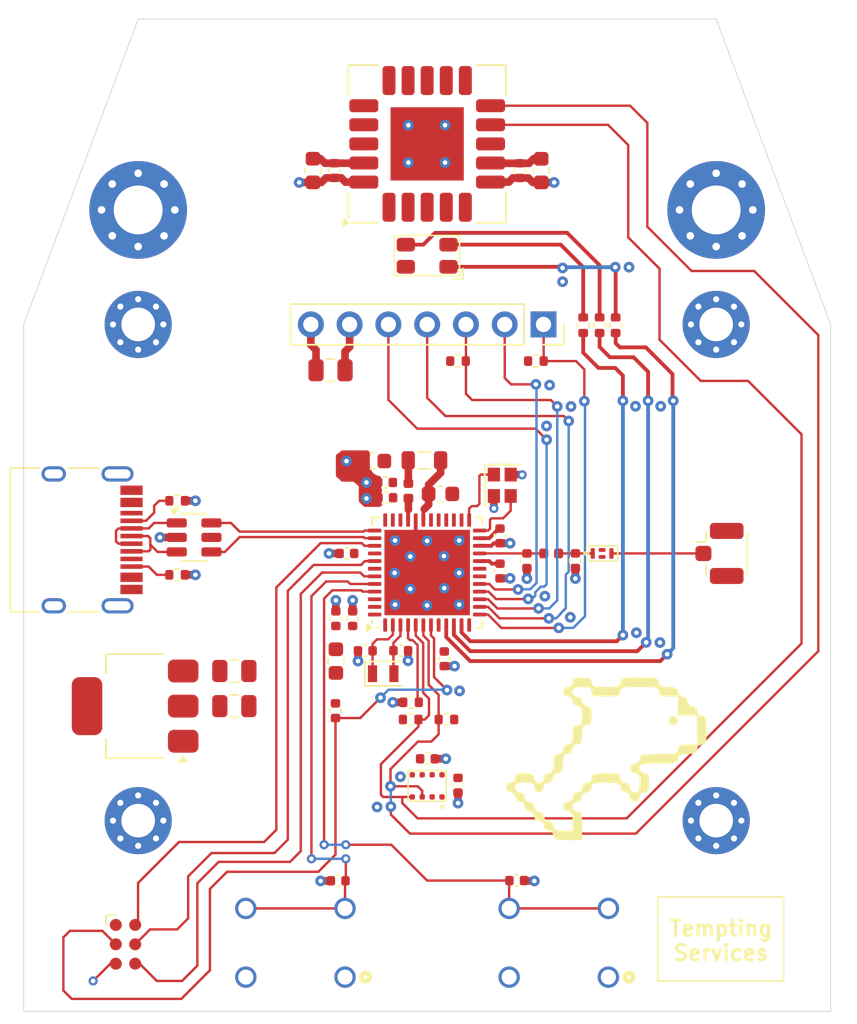
<source format=kicad_pcb>
(kicad_pcb (version 20240108) (generator "pcbnew") (generator_version "8.0")
  (layers (0 "F.Cu" signal) (1 "In1.Cu" signal) (2 "In2.Cu" signal) (31 "B.Cu" signal) (34 "B.Paste" user) (35 "F.Paste" user) (36 "B.SilkS" user "B.Silkscreen") (37 "F.SilkS" user "F.Silkscreen") (38 "B.Mask" user) (39 "F.Mask" user) (44 "Edge.Cuts" user))
  (net 0 "")
  (net 1 "GND")
  (net 2 "VBUS")
  (net 3 "+3.3V")
  (net 4 "/RF_LPF_MATCHING")
  (net 5 "/SWD_NRST")
  (net 6 "/RF_MCU")
  (net 7 "/SMPSFB_MCU")
  (net 8 "/LSE_IN")
  (net 9 "/LSE_OUT")
  (net 10 "/BUTTON_1")
  (net 11 "/BUTTON_2")
  (net 12 "/RF_COAX_LPF")
  (net 13 "/OLED_CLK")
  (net 14 "/OLED_NCS")
  (net 15 "/OLED_DIN")
  (net 16 "/OLED_DC")
  (net 17 "/OLED_NRST")
  (net 18 "/SWD_SWO")
  (net 19 "/SWD_CLK")
  (net 20 "/SWD_DIO")
  (net 22 "/USB_CON_D+")
  (net 24 "/USB_CC1")
  (net 25 "/USB_CON_D-")
  (net 26 "/USB_CC2")
  (net 27 "/SMPSLX_INT")
  (net 28 "/SMPSLX_MCU")
  (net 29 "/BOOT")
  (net 30 "/LED_B")
  (net 31 "/LED_R")
  (net 32 "/LED_G")
  (net 33 "/SENSORS_SCL")
  (net 34 "/SENSORS_SDA")
  (net 35 "/LED_R_MCU")
  (net 36 "/LED_G_MCU")
  (net 37 "/LED_B_MCU")
  (net 39 "/USB_MCU_D+")
  (net 40 "/HSE_IN")
  (net 48 "/HSE_OUT")
  (net 53 "/USB_MCU_D-")
  (footprint "Resistor_SMD:R_0402_1005Metric" (layer "F.Cu") (at 141 96.4 180)
    (property "Reference" "R10" (hide yes))
    (property "Value" "5.1k")
  )
  (footprint "Capacitor_SMD:C_0402_1005Metric" (layer "F.Cu") (at 167.0875 95.475 -90)
    (property "Reference" "C5" (hide yes))
    (property "Value" "0.3p")
  )
  (footprint "Tempting_Footprint_Libraries:2-1825910-7" (layer "F.Cu") (at 166 120.5 180)
    (property "Reference" "SW2" (hide yes))
    (property "Value" "SPST")
  )
  (footprint "Connector_USB:USB_C_Receptacle_HRO_TYPE-C-31-M-12" (layer "F.Cu") (at 133.97 94.11 -90)
    (property "Reference" "J4" (hide yes))
    (property "Value" "USB_C_Receptacle_USB2.0_16P")
  )
  (footprint "Resistor_SMD:R_0402_1005Metric" (layer "F.Cu") (at 167.6 80.05 90)
    (property "Reference" "R4" (hide yes))
    (property "Value" "500R")
  )
  (footprint "MountingHole:MountingHole_2.2mm_M2_Pad_Via" (layer "F.Cu") (at 138.45 80)
    (property "Reference" "H4" (hide yes))
    (property "Value" "MountingHole_Pad")
  )
  (footprint "Resistor_SMD:R_0402_1005Metric" (layer "F.Cu") (at 141 91.55 180)
    (property "Reference" "R9" (hide yes))
    (property "Value" "5.1k")
  )
  (footprint "Capacitor_SMD:C_0603_1608Metric" (layer "F.Cu") (at 151.4 102.05 -90)
    (property "Reference" "C2" (hide yes))
    (property "Value" "4.7u")
  )
  (footprint "Resistor_SMD:R_0402_1005Metric" (layer "F.Cu") (at 156.325 104.75)
    (property "Reference" "R1" (hide yes))
    (property "Value" "10k")
  )
  (footprint "Capacitor_SMD:C_0402_1005Metric" (layer "F.Cu") (at 152.12 95 180)
    (property "Reference" "C13" (hide yes))
    (property "Value" "100n")
  )
  (footprint "MountingHole:MountingHole_2.2mm_M2_Pad_Via" (layer "F.Cu") (at 138.45 112.5)
    (property "Reference" "H3" (hide yes))
    (property "Value" "MountingHole_Pad")
  )
  (footprint "LOGO" (layer "F.Cu") (at 168.78642 111.272222)
    (property "Reference" "G***" (hide yes))
    (property "Value" "LOGO" (hide yes))
  )
  (footprint "Capacitor_SMD:C_0402_1005Metric" (layer "F.Cu") (at 151.3 69.92 -90)
    (property "Reference" "C20" (hide yes))
    (property "Value" "100n")
  )
  (footprint "Connector_Coaxial:U.FL_Hirose_U.FL-R-SMT-1_Vertical" (layer "F.Cu") (at 176.525 95)
    (property "Reference" "J1" (hide yes))
    (property "Value" "Conn_Coaxial")
  )
  (footprint "Capacitor_SMD:C_0402_1005Metric" (layer "F.Cu") (at 159.4 110.18 -90)
    (property "Reference" "C24" (hide yes))
    (property "Value" "100n")
  )
  (footprint "Resistor_SMD:R_0402_1005Metric" (layer "F.Cu") (at 164.5 82.4)
    (property "Reference" "R5" (hide yes))
    (property "Value" "56k")
  )
  (footprint "Capacitor_SMD:C_0603_1608Metric" (layer "F.Cu") (at 153.8 88.95 180)
    (property "Reference" "C22" (hide yes))
    (property "Value" "4.7u")
  )
  (footprint "Resistor_SMD:R_0402_1005Metric" (layer "F.Cu") (at 168.675 80.05 90)
    (property "Reference" "R3" (hide yes))
    (property "Value" "500R")
  )
  (footprint "Sensor:Sensirion_SCD4x-1EP_10.1x10.1mm_P1.25mm_EP4.8x4.8mm" (layer "F.Cu") (at 157.38 68.175 90)
    (property "Reference" "U2" (hide yes))
    (property "Value" "SCD41-D-R2")
  )
  (footprint "Capacitor_SMD:C_0402_1005Metric" (layer "F.Cu") (at 151.375 105.3 90)
    (property "Reference" "C6" (hide yes))
    (property "Value" "100n")
  )
  (footprint "Capacitor_SMD:C_0603_1608Metric" (layer "F.Cu") (at 158.25 91.1)
    (property "Reference" "C9" (hide yes))
    (property "Value" "4.7u")
  )
  (footprint "MountingHole:MountingHole_2.2mm_M2_Pad_Via" (layer "F.Cu") (at 176.31 80)
    (property "Reference" "H2" (hide yes))
    (property "Value" "MountingHole_Pad")
  )
  (footprint "Capacitor_SMD:C_0402_1005Metric" (layer "F.Cu") (at 162.15 93.85 -90)
    (property "Reference" "C18" (hide yes))
    (property "Value" "100n")
  )
  (footprint "Inductor_SMD:L_0402_1005Metric" (layer "F.Cu") (at 165.5025 95 180)
    (property "Reference" "L1" (hide yes))
    (property "Value" "2.7n")
  )
  (footprint "Tempting_Footprint_Libraries:DLF162500LT-5028A1" (layer "F.Cu") (at 168.8375 95)
    (property "Reference" "FLT1" (hide yes))
    (property "Value" "DLF162500LT-5028A1")
  )
  (footprint "Capacitor_SMD:C_0402_1005Metric" (layer "F.Cu") (at 151.4 99.27 90)
    (property "Reference" "C19" (hide yes))
    (property "Value" "100n")
  )
  (footprint "Capacitor_SMD:C_0402_1005Metric" (layer "F.Cu") (at 154.65 90.35 180)
    (property "Reference" "C3" (hide yes))
    (property "Value" "100n")
  )
  (footprint "Capacitor_SMD:C_0402_1005Metric" (layer "F.Cu") (at 162.15 96.15 -90)
    (property "Reference" "C10" (hide yes))
    (property "Value" "100n")
  )
  (footprint "Package_TO_SOT_SMD:SOT-23-6" (layer "F.Cu") (at 142.1125 93.95)
    (property "Reference" "U5" (hide yes))
    (property "Value" "USBLC6-2SC6")
  )
  (footprint "Capacitor_SMD:C_0402_1005Metric" (layer "F.Cu") (at 153.325 101.375 180)
    (property "Reference" "C11" (hide yes))
    (property "Value" "C")
  )
  (footprint "Capacitor_SMD:C_0402_1005Metric" (layer "F.Cu") (at 163.245 116.425)
    (property "Reference" "C27" (hide yes))
    (property "Value" "100n")
  )
  (footprint "Resistor_SMD:R_0402_1005Metric" (layer "F.Cu") (at 169.725 80.05 90)
    (property "Reference" "R2" (hide yes))
    (property "Value" "750R")
  )
  (footprint "Capacitor_SMD:C_0402_1005Metric" (layer "F.Cu") (at 158.5 101.9 -90)
    (property "Reference" "C7" (hide yes))
    (property "Value" "100n")
  )
  (footprint "Tempting_Footprint_Libraries:DPS368" (layer "F.Cu") (at 157.38 110.225 -90)
    (property "Reference" "U4" (hide yes))
    (property "Value" "DPS368")
  )
  (footprint "Connector:Tag-Connect_TC2030-IDC-FP_2x03_P1.27mm_Vertical" (layer "F.Cu") (at 137.62 120.6 -90)
    (property "Reference" "J3" (hide yes))
    (property "Value" "Conn_ARM_SWD_TagConnect_TC2030")
  )
  (footprint "Capacitor_SMD:C_0402_1005Metric" (layer "F.Cu") (at 163.9125 95.48 -90)
    (property "Reference" "C8" (hide yes))
    (property "Value" "0.8p")
  )
  (footprint "MountingHole:MountingHole_3.2mm_M3_Pad_Via" (layer "F.Cu") (at 176.31 72.5)
    (property "Reference" "H6" (hide yes))
    (property "Value" "MountingHole_Pad")
  )
  (footprint "Inductor_SMD:L_0805_2012Metric" (layer "F.Cu") (at 157.2 88.9 180)
    (property "Reference" "L2" (hide yes))
    (property "Value" "10u")
  )
  (footprint "Package_TO_SOT_SMD:SOT-223-3_TabPin2" (layer "F.Cu") (at 138.25 105 180)
    (property "Reference" "U1" (hide yes))
    (property "Value" "AMS1117-3.3")
  )
  (footprint "Tempting_Footprint_Libraries:2-1825910-7" (layer "F.Cu") (at 148.75 120.5 180)
    (property "Reference" "SW1" (hide yes))
    (property "Value" "SPST")
  )
  (footprint "Inductor_SMD:L_0402_1005Metric" (layer "F.Cu") (at 156.15 90.9 -90)
    (property "Reference" "L3" (hide yes))
    (property "Value" "10n")
  )
  (footprint "MountingHole:MountingHole_3.2mm_M3_Pad_Via" (layer "F.Cu") (at 138.45 72.5)
    (property "Reference" "H5" (hide yes))
    (property "Value" "MountingHole_Pad")
  )
  (footprint "Crystal:Crystal_SMD_2012-2Pin_2.0x1.2mm" (layer "F.Cu") (at 154.5 102.875)
    (property "Reference" "X2" (hide yes))
    (property "Value" "32.768k")
  )
  (footprint "Connector_PinSocket_2.54mm:PinSocket_1x07_P2.54mm_Vertical" (layer "F.Cu") (at 165 80 -90)
    (property "Reference" "J2" (hide yes))
    (property "Value" "Conn_01x07_Socket")
  )
  (footprint "Crystal:Crystal_SMD_2016-4Pin_2.0x1.6mm" (layer "F.Cu") (at 162.3 90.535 -90)
    (property "Reference" "X1" (hide yes))
    (property "Value" "32M")
  )
  (footprint "Capacitor_SMD:C_0805_2012Metric" (layer "F.Cu") (at 144.75 105)
    (property "Reference" "C4" (hide yes))
    (property "Value" "22u")
  )
  (footprint "Capacitor_SMD:C_0603_1608Metric" (layer "F.Cu") (at 149.9 69.92 -90)
    (property "Reference" "C14" (hide yes))
    (property "Value" "4.7u")
  )
  (footprint "Package_DFN_QFN:QFN-48-1EP_7x7mm_P0.5mm_EP5.6x5.6mm" (layer "F.Cu") (at 157.38 96.25 90)
    (property "Reference" "U3" (hide yes))
    (property "Value" "STM32WB55CGUx")
  )
  (footprint "Resistor_SMD:R_0402_1005Metric" (layer "F.Cu") (at 156.3 105.875 180)
    (property "Reference" "R6" (hide yes))
    (property "Value" "10k")
  )
  (footprint "Resistor_SMD:R_0402_1005Metric" (layer "F.Cu") (at 158.64 105.875)
    (property "Reference" "R7" (hide yes))
    (property "Value" "10k")
  )
  (footprint "Capacitor_SMD:C_0402_1005Metric" (layer "F.Cu") (at 163.45 69.925 -90)
    (property "Reference" "C17" (hide yes))
    (property "Value" "100n")
  )
  (footprint "MountingHole:MountingHole_2.2mm_M2_Pad_Via" (layer "F.Cu") (at 176.31 112.5)
    (property "Reference" "H1" (hide yes))
    (property "Value" "MountingHole_Pad")
  )
  (footprint "Capacitor_SMD:C_0402_1005Metric" (layer "F.Cu") (at 155.65 101.365)
    (property "Reference" "C15" (hide yes))
    (property "Value" "C")
  )
  (footprint "Capacitor_SMD:C_0402_1005Metric" (layer "F.Cu") (at 154.67 91.35 180)
    (property "Reference" "C21" (hide yes))
    (property "Value" "100n")
  )
  (footprint "Capacitor_SMD:C_0603_1608Metric" (layer "F.Cu") (at 164.85 69.925 -90)
    (property "Reference" "C12" (hide yes))
    (property "Value" "4.7u")
  )
  (footprint "Capacitor_SMD:C_0805_2012Metric" (layer "F.Cu") (at 144.75 102.7)
    (property "Reference" "C1" (hide yes))
    (property "Value" "10u")
  )
  (footprint "Resistor_SMD:R_0402_1005Metric" (layer "F.Cu") (at 159.4 82.4 180)
    (property "Reference" "R8" (hide yes))
    (property "Value" "56k")
  )
  (footprint "Capacitor_SMD:C_0402_1005Metric" (layer "F.Cu") (at 151.55 116.44 180)
    (property "Reference" "C26" (hide yes))
    (property "Value" "100n")
  )
  (footprint "Capacitor_SMD:C_0402_1005Metric" (layer "F.Cu") (at 152.5 99.27 90)
    (property "Reference" "C16" (hide yes))
    (property "Value" "100n")
  )
  (footprint "Tempting_Footprint_Libraries:AAA3528LSEEZGKQBKS" (layer "F.Cu") (at 157.38 75.5 180)
    (property "Reference" "D1" (hide yes))
    (property "Value" "LED_RGBA")
  )
  (footprint "Capacitor_SMD:C_0402_1005Metric" (layer "F.Cu") (at 157.4 108.45)
    (property "Reference" "C23" (hide yes))
    (property "Value" "100n")
  )
  (footprint "Capacitor_SMD:C_0805_2012Metric" (layer "F.Cu") (at 151.05 83)
    (property "Reference" "C25" (hide yes))
    (property "Value" "10u")
  )
  (gr_rect (start 172.475 117.5) (end 180.725 123) (stroke (width 0.1)) (fill none) (layer "F.SilkS"))
  (gr_line (start 183.81 112.5) (end 183.81 80) (stroke (width 0.05)) (layer "Edge.Cuts"))
  (gr_line (start 130.95 112.5) (end 130.95 80) (stroke (width 0.05)) (layer "Edge.Cuts"))
  (gr_line (start 176.31 60) (end 183.81 80) (stroke (width 0.05)) (layer "Edge.Cuts"))
  (gr_line (start 130.95 112.5) (end 130.95 125) (stroke (width 0.05)) (layer "Edge.Cuts"))
  (gr_line (start 183.81 112.5) (end 183.81 125) (stroke (width 0.05)) (layer "Edge.Cuts"))
  (gr_line (start 130.95 80) (end 138.45 60) (stroke (width 0.05)) (layer "Edge.Cuts"))
  (gr_line (start 183.81 125) (end 176.31 125) (stroke (width 0.05)) (layer "Edge.Cuts"))
  (gr_line (start 138.45 60) (end 176.31 60) (stroke (width 0.05)) (layer "Edge.Cuts"))
  (gr_line (start 138.45 125) (end 176.31 125) (stroke (width 0.05)) (layer "Edge.Cuts"))
  (gr_line (start 138.45 125) (end 130.95 125) (stroke (width 0.05)) (layer "Edge.Cuts"))
  (gr_text "Tempting\nServices" (at 176.625 121.75 0) (layer "F.SilkS") (effects (font (size 1 1) (thickness 0.2) (bold yes)) (justify bottom)))
  (segment (start 161.75 91.235) (end 161.75 92.05) (width 0.5) (layer "F.Cu") (net 1))
  (segment (start 162.85 89.835) (end 163.585 89.835) (width 0.5) (layer "F.Cu") (net 1))
  (segment (start 151.65 95) (end 150.95 95) (width 0.5) (layer "F.Cu") (net 1))
  (segment (start 152.025 70.675) (end 153.23 70.675) (width 0.5) (layer "F.Cu") (net 1))
  (segment (start 141.5 91.55) (end 142.2 91.55) (width 0.5) (layer "F.Cu") (net 1))
  (segment (start 155.825 104.75) (end 155.125 104.75) (width 0.5) (layer "F.Cu") (net 1))
  (segment (start 164.005 70.405) (end 163.45 70.405) (width 0.5) (layer "F.Cu") (net 1))
  (segment (start 152.3 81.475) (end 152.3 80) (width 0.5) (layer "F.Cu") (net 1))
  (segment (start 152 81.775) (end 152.3 81.475) (width 0.5) (layer "F.Cu") (net 1))
  (segment (start 150.455 70.695) (end 150.75 70.4) (width 0.5) (layer "F.Cu") (net 1))
  (segment (start 162.995 70.405) (end 162.725 70.675) (width 0.5) (layer "F.Cu") (net 1))
  (segment (start 164.85 70.7) (end 165.7 70.7) (width 0.5) (layer "F.Cu") (net 1))
  (segment (start 163.585 89.835) (end 163.6 89.85) (width 0.5) (layer "F.Cu") (net 1))
  (segment (start 163.9125 95.95) (end 163.9125 96.65) (width 0.5) (layer "F.Cu") (net 1))
  (segment (start 156.63 95.5) (end 157.38 96.25) (width 0.25) (layer "F.Cu") (net 1))
  (segment (start 157.9 108.45) (end 158.6 108.45) (width 0.5) (layer "F.Cu") (net 1))
  (segment (start 152.5 98.77) (end 152.5 98.07) (width 0.5) (layer "F.Cu") (net 1))
  (segment (start 151.4 98.77) (end 151.4 98.07) (width 0.5) (layer "F.Cu") (net 1))
  (segment (start 162.11 96.63) (end 162.81 96.63) (width 0.5) (layer "F.Cu") (net 1))
  (segment (start 161.581678 94.5) (end 160.8175 94.5) (width 0.25) (layer "F.Cu") (net 1))
  (segment (start 158.475 102.38) (end 159.175 102.38) (width 0.5) (layer "F.Cu") (net 1))
  (segment (start 162.15 94.33) (end 161.751678 94.33) (width 0.25) (layer "F.Cu") (net 1))
  (segment (start 161.751678 94.33) (end 161.581678 94.5) (width 0.25) (layer "F.Cu") (net 1))
  (segment (start 151.75 70.4) (end 152.025 70.675) (width 0.5) (layer "F.Cu") (net 1))
  (segment (start 156.63 92.8125) (end 156.63 95.5) (width 0.25) (layer "F.Cu") (net 1))
  (segment (start 164.85 70.7) (end 164.3 70.7) (width 0.5) (layer "F.Cu") (net 1))
  (segment (start 163.7 116.45) (end 164.4 116.45) (width 0.5) (layer "F.Cu") (net 1))
  (segment (start 140.975 93.95) (end 139.875 93.95) (width 0.5) (layer "F.Cu") (net 1))
  (segment (start 156.125 101.325) (end 156.125 102.025) (width 0.5) (layer "F.Cu") (net 1))
  (segment (start 152.85 101.35) (end 152.85 102.05) (width 0.5) (layer "F.Cu") (net 1))
  (segment (start 141.5 96.4) (end 142.2 96.4) (width 0.5) (layer "F.Cu") (net 1))
  (segment (start 163.45 70.405) (end 162.995 70.405) (width 0.5) (layer "F.Cu") (net 1))
  (segment (start 149.005 70.695) (end 149 70.7) (width 0.5) (layer "F.Cu") (net 1))
  (segment (start 149.9 70.695) (end 150.455 70.695) (width 0.5) (layer "F.Cu") (net 1))
  (segment (start 149.9 70.695) (end 149.005 70.695) (width 0.5) (layer "F.Cu") (net 1))
  (segment (start 150.75 70.4) (end 151.3 70.4) (width 0.5) (layer "F.Cu") (net 1))
  (segment (start 162.11 94.33) (end 162.81 94.33) (width 0.5) (layer "F.Cu") (net 1))
  (segment (start 162.725 70.675) (end 161.53 70.675) (width 0.5) (layer "F.Cu") (net 1))
  (segment (start 167.0875 95.945) (end 167.0875 96.645) (width 0.5) (layer "F.Cu") (net 1))
  (segment (start 151.3 70.4) (end 151.75 70.4) (width 0.5) (layer "F.Cu") (net 1))
  (segment (start 152 83) (end 152 81.775) (width 0.5) (layer "F.Cu") (net 1))
  (segment (start 159.4 110.65) (end 159.4 111.35) (width 0.5) (layer "F.Cu") (net 1))
  (segment (start 151.1 116.45) (end 150.4 116.45) (width 0.5) (layer "F.Cu") (net 1))
  (segment (start 136.985 121.87) (end 136.63 121.87) (width 0.1565) (layer "F.Cu") (net 1))
  (segment (start 136.63 121.87) (end 135.5 123) (width 0.1565) (layer "F.Cu") (net 1))
  (segment (start 164.3 70.7) (end 164.005 70.405) (width 0.5) (layer "F.Cu") (net 1))
  (via (at 158.55 66.95) (size 0.7) (drill 0.3) (layers "F.Cu" "B.Cu") (net 1))
  (via (at 155.275 94.15) (size 0.7) (drill 0.3) (layers "F.Cu" "B.Cu") (net 1))
  (via (at 158.475 95.175) (size 0.7) (drill 0.3) (layers "F.Cu" "B.Cu") (net 1))
  (via (at 158.55 69.4) (size 0.7) (drill 0.3) (layers "F.Cu" "B.Cu") (net 1))
  (via (at 166.8 85.375) (size 0.7) (drill 0.3) (layers "F.Cu" "B.Cu") (net 1))
  (via (at 166.25 77.200003) (size 0.7) (drill 0.3) (layers "F.Cu" "B.Cu") (net 1))
  (via (at 151.4 98.07) (size 0.7) (drill 0.3) (layers "F.Cu" "B.Cu") (net 1))
  (via (at 165.4 83.975) (size 0.7) (drill 0.3) (layers "F.Cu" "B.Cu") (net 1))
  (via (at 162.81 94.33) (size 0.7) (drill 0.3) (layers "F.Cu" "B.Cu") (net 1))
  (via (at 159.475 96.275) (size 0.7) (drill 0.3) (layers "F.Cu" "B.Cu") (net 1))
  (via (at 163.9125 96.65) (size 0.7) (drill 0.3) (layers "F.Cu" "B.Cu") (net 1))
  (via (at 156.15 69.4) (size 0.7) (drill 0.3) (layers "F.Cu" "B.Cu") (net 1))
  (via (at 162.81 96.63) (size 0.7) (drill 0.3) (layers "F.Cu" "B.Cu") (net 1))
  (via (at 152.85 102.05) (size 0.7) (drill 0.3) (layers "F.Cu" "B.Cu") (net 1))
  (via (at 165.199809 86.650004) (size 0.7) (drill 0.3) (layers "F.Cu" "B.Cu") (net 1))
  (via (at 166.75576 99.18076) (size 0.7) (drill 0.3) (layers "F.Cu" "B.Cu") (net 1))
  (via (at 172.674998 85.35969) (size 0.7) (drill 0.3) (layers "F.Cu" "B.Cu") (net 1))
  (via (at 165.088084 97.800397) (size 0.7) (drill 0.3) (layers "F.Cu" "B.Cu") (net 1))
  (via (at 161.75 92.05) (size 0.6) (drill 0.3) (layers "F.Cu" "B.Cu") (net 1))
  (via (at 155.125 104.75) (size 0.7) (drill 0.3) (layers "F.Cu" "B.Cu") (net 1))
  (via (at 159.475 94.15) (size 0.7) (drill 0.3) (layers "F.Cu" "B.Cu") (net 1))
  (via (at 139.875 93.95) (size 0.7) (drill 0.3) (layers "F.Cu" "B.Cu") (net 1))
  (via (at 154.100431 111.6062) (size 0.7) (drill 0.3) (layers "F.Cu" "B.Cu") (net 1))
  (via (at 149 70.7) (size 0.7) (drill 0.3) (layers "F.Cu" "B.Cu") (net 1))
  (via (at 153.4 91.4) (size 0.7) (drill 0.3) (layers "F.Cu" "B.Cu") (net 1))
  (via (at 159.175 102.38) (size 0.7) (drill 0.3) (layers "F.Cu" "B.Cu") (net 1))
  (via (at 159.5 104) (size 0.7) (drill 0.3) (layers "F.Cu" "B.Cu") (net 1))
  (via (at 142.2 91.55) (size 0.7) (drill 0.3) (layers "F.Cu" "B.Cu") (net 1))
  (via (at 150.4 116.45) (size 0.7) (drill 0.3) (layers "F.Cu" "B.Cu") (net 1))
  (via (at 158.6 108.45) (size 0.7) (drill 0.3) (layers "F.Cu" "B.Cu") (net 1))
  (via (at 150.95 95) (size 0.7) (drill 0.3) (layers "F.Cu" "B.Cu") (net 1))
  (via (at 171.085903 100.191317) (size 0.7) (drill 0.3) (layers "F.Cu" "B.Cu") (net 1))
  (via (at 142.2 96.4) (size 0.7) (drill 0.3) (layers "F.Cu" "B.Cu") (net 1))
  (via (at 155.629482 109.62175) (size 0.7) (drill 0.3) (layers "F.Cu" "B.Cu") (net 1))
  (via (at 165.7 70.7) (size 0.7) (drill 0.3) (layers "F.Cu" "B.Cu") (net 1))
  (via (at 163.6 89.85) (size 0.6) (drill 0.3) (layers "F.Cu" "B.Cu") (net 1))
  (via (at 170.600003 76.25) (size 0.7) (drill 0.3) (layers "F.Cu" "B.Cu") (net 1))
  (via (at 156.275 97.325) (size 0.7) (drill 0.3) (layers "F.Cu" "B.Cu") (net 1))
  (via (at 156.125 102.025) (size 0.7) (drill 0.3) (layers "F.Cu" "B.Cu") (net 1))
  (via (at 164.4 116.45) (size 0.7) (drill 0.3) (layers "F.Cu" "B.Cu") (net 1))
  (via (at 156.15 66.95) (size 0.7) (drill 0.3) (layers "F.Cu" "B.Cu") (net 1))
  (via (at 152.1 88.95) (size 0.7) (drill 0.3) (layers "F.Cu" "B.Cu") (net 1))
  (via (at 159.475 98.35) (size 0.7) (drill 0.3) (layers "F.Cu" "B.Cu") (net 1))
  (via (at 171.024998 85.35969) (size 0.7) (drill 0.3) (layers "F.Cu" "B.Cu") (net 1))
  (via (at 152.5 98.07) (size 0.7) (drill 0.3) (layers "F.Cu" "B.Cu") (net 1))
  (via (at 172.624937 100.835592) (size 0.7) (drill 0.3) (layers "F.Cu" "B.Cu") (net 1))
  (via (at 159.4 111.35) (size 0.7) (drill 0.3) (layers "F.Cu" "B.Cu") (net 1))
  (via (at 157.375 94.175) (size 0.7) (drill 0.3) (layers "F.Cu" "B.Cu") (net 1))
  (via (at 156.275 95.2) (size 0.7) (drill 0.3) (layers "F.Cu" "B.Cu") (net 1))
  (via (at 155.25 96.275) (size 0.7) (drill 0.3) (layers "F.Cu" "B.Cu") (net 1))
  (via (at 158.5 97.275) (size 0.7) (drill 0.3) (layers "F.Cu" "B.Cu") (net 1))
  (via (at 167.0875 96.645) (size 0.7) (drill 0.3) (layers "F.Cu" "B.Cu") (net 1))
  (via (at 155.275 98.35) (size 0.7) (drill 0.3) (layers "F.Cu" "B.Cu") (net 1))
  (via (at 157.375 98.4) (size 0.7) (drill 0.3) (layers "F.Cu" "B.Cu") (net 1))
  (via (at 153.4 90.35) (size 0.7) (drill 0.3) (layers "F.Cu" "B.Cu") (net 1))
  (via (at 135.5 123) (size 0.6) (drill 0.3) (layers "F.Cu" "B.Cu") (net 1))
  (segment (start 153.215 69.44) (end 153.23 69.425) (width 0.5) (layer "F.Cu") (net 3))
  (segment (start 164.35 69.15) (end 164.055 69.445) (width 0.5) (layer "F.Cu") (net 3))
  (segment (start 149.9 69.145) (end 150.395 69.145) (width 0.5) (layer "F.Cu") (net 3))
  (segment (start 164.055 69.445) (end 163.45 69.445) (width 0.5) (layer "F.Cu") (net 3))
  (segment (start 162.025282 93.42) (end 162.1 93.42) (width 0.25) (layer "F.Cu") (net 3))
  (segment (start 150.395 69.145) (end 150.69 69.44) (width 0.5) (layer "F.Cu") (net 3))
  (segment (start 161.45 95.5) (end 160.8175 95.5) (width 0.25) (layer "F.Cu") (net 3))
  (segment (start 164.85 69.15) (end 164.35 69.15) (width 0.5) (layer "F.Cu") (net 3))
  (segment (start 160.8175 94) (end 161.445282 94) (width 0.25) (layer "F.Cu") (net 3))
  (segment (start 161.445282 94) (end 162.025282 93.42) (width 0.25) (layer "F.Cu") (net 3))
  (segment (start 161.55 69.445) (end 161.53 69.425) (width 0.5) (layer "F.Cu") (net 3))
  (segment (start 149.76 80) (end 149.76 81.335) (width 0.5) (layer "F.Cu") (net 3))
  (segment (start 149.76 81.335) (end 150.1 81.675) (width 0.5) (layer "F.Cu") (net 3))
  (segment (start 150.1 81.675) (end 150.1 83) (width 0.5) (layer "F.Cu") (net 3))
  (segment (start 161.62 95.67) (end 161.45 95.5) (width 0.25) (layer "F.Cu") (net 3))
  (segment (start 151.3 69.44) (end 153.215 69.44) (width 0.5) (layer "F.Cu") (net 3))
  (segment (start 150.69 69.44) (end 151.3 69.44) (width 0.5) (layer "F.Cu") (net 3))
  (segment (start 162.15 95.67) (end 161.62 95.67) (width 0.25) (layer "F.Cu") (net 3))
  (segment (start 162.1 93.42) (end 162.15 93.37) (width 0.25) (layer "F.Cu") (net 3))
  (segment (start 163.45 69.445) (end 161.55 69.445) (width 0.5) (layer "F.Cu") (net 3))
  (segment (start 165.9875 95) (end 168.225 95) (width 0.1565) (layer "F.Cu") (net 4))
  (segment (start 150.25 115.85) (end 144.275 115.85) (width 0.1565) (layer "F.Cu") (net 5))
  (segment (start 157.83275 100.574871) (end 157.63 100.372121) (width 0.1565) (layer "F.Cu") (net 5))
  (segment (start 143.15 122.3) (end 141.275 124.175) (width 0.1565) (layer "F.Cu") (net 5))
  (segment (start 133.55 123.625) (end 133.55 120.15) (width 0.1565) (layer "F.Cu") (net 5))
  (segment (start 143.15 116.975) (end 143.15 122.3) (width 0.1565) (layer "F.Cu") (net 5))
  (segment (start 157.63 100.372121) (end 157.63 99.6875) (width 0.1565) (layer "F.Cu") (net 5))
  (segment (start 134.1 124.175) (end 133.55 123.625) (width 0.1565) (layer "F.Cu") (net 5))
  (segment (start 152.995 105.78) (end 151.375 105.78) (width 0.1565) (layer "F.Cu") (net 5))
  (segment (start 151.375 105.78) (end 151.375 114.725) (width 0.1565) (layer "F.Cu") (net 5))
  (segment (start 133.9807 119.7193) (end 136.1043 119.7193) (width 0.1565) (layer "F.Cu") (net 5))
  (segment (start 158.678238 103.948188) (end 157.83275 103.1027) (width 0.1565) (layer "F.Cu") (net 5))
  (segment (start 141.275 124.175) (end 134.1 124.175) (width 0.1565) (layer "F.Cu") (net 5))
  (segment (start 133.55 120.15) (end 133.9807 119.7193) (width 0.1565) (layer "F.Cu") (net 5))
  (segment (start 136.1043 119.7193) (end 136.985 120.6) (width 0.1565) (layer "F.Cu") (net 5))
  (segment (start 157.83275 103.1027) (end 157.83275 100.574871) (width 0.1565) (layer "F.Cu") (net 5))
  (segment (start 154.325 104.45) (end 152.995 105.78) (width 0.1565) (layer "F.Cu") (net 5))
  (segment (start 151.375 114.725) (end 150.25 115.85) (width 0.1565) (layer "F.Cu") (net 5))
  (segment (start 144.275 115.85) (end 143.15 116.975) (width 0.1565) (layer "F.Cu") (net 5))
  (via (at 154.325 104.45) (size 0.7) (drill 0.3) (layers "F.Cu" "B.Cu") (net 5))
  (via (at 158.678238 103.948188) (size 0.7) (drill 0.3) (layers "F.Cu" "B.Cu") (net 5))
  (segment (start 154.85 103.925) (end 154.325 104.45) (width 0.1565) (layer "B.Cu") (net 5))
  (segment (start 158.65505 103.925) (end 154.85 103.925) (width 0.1565) (layer "B.Cu") (net 5))
  (segment (start 158.678238 103.948188) (end 158.65505 103.925) (width 0.1565) (layer "B.Cu") (net 5))
  (segment (start 160.8175 95) (end 165.0175 95) (width 0.1565) (layer "F.Cu") (net 6))
  (segment (start 157.125 92.275) (end 157.25 92.15) (width 0.25) (layer "F.Cu") (net 7))
  (segment (start 157.13 92.28) (end 157.125 92.275) (width 0.25) (layer "F.Cu") (net 7))
  (segment (start 158.2625 88.9) (end 158.2625 89.7125) (width 0.5) (layer "F.Cu") (net 7))
  (segment (start 157.475 90.5) (end 157.475 91.1) (width 0.5) (layer "F.Cu") (net 7))
  (segment (start 158.2625 89.7125) (end 157.475 90.5) (width 0.5) (layer "F.Cu") (net 7))
  (segment (start 157.475 91.1) (end 157.475 91.803482) (width 0.5) (layer "F.Cu") (net 7))
  (segment (start 157.475 91.803482) (end 157.189241 92.089241) (width 0.5) (layer "F.Cu") (net 7))
  (segment (start 157.13 92.8125) (end 157.13 92.28) (width 0.25) (layer "F.Cu") (net 7))
  (segment (start 154.825 100.625) (end 155.13 100.32) (width 0.1565) (layer "F.Cu") (net 8))
  (segment (start 153.805 102.87) (end 153.8 102.875) (width 0.1565) (layer "F.Cu") (net 8))
  (segment (start 153.805 101.375) (end 153.805 100.92) (width 0.1565) (layer "F.Cu") (net 8))
  (segment (start 154.1 100.625) (end 153.805 100.92) (width 0.1565) (layer "F.Cu") (net 8))
  (segment (start 154.825 100.625) (end 154.1 100.625) (width 0.1565) (layer "F.Cu") (net 8))
  (segment (start 155.13 100.32) (end 155.13 99.6875) (width 0.1565) (layer "F.Cu") (net 8))
  (segment (start 153.805 101.375) (end 153.805 102.87) (width 0.1565) (layer "F.Cu") (net 8))
  (segment (start 155.17 102.845) (end 155.2 102.875) (width 0.1565) (layer "F.Cu") (net 9))
  (segment (start 155.63 99.6875) (end 155.63 100.395) (width 0.1565) (layer "F.Cu") (net 9))
  (segment (start 155.17 101.365) (end 155.17 102.845) (width 0.1565) (layer "F.Cu") (net 9))
  (segment (start 155.17 100.855) (end 155.17 101.365) (width 0.1565) (layer "F.Cu") (net 9))
  (segment (start 155.63 100.395) (end 155.17 100.855) (width 0.1565) (layer "F.Cu") (net 9))
  (segment (start 152.05 116.42) (end 152.03 116.44) (width 0.1565) (layer "F.Cu") (net 10))
  (segment (start 152.03 116.44) (end 152.03 116.53) (width 0.1565) (layer "F.Cu") (net 10))
  (segment (start 152 116.56) (end 152 118.25) (width 0.1565) (layer "F.Cu") (net 10))
  (segment (start 152.344117 97) (end 153.9425 97) (width 0.1565) (layer "F.Cu") (net 10))
  (segment (start 152.179047 96.83493) (end 152.344117 97) (width 0.1565) (layer "F.Cu") (net 10))
  (segment (start 149.8 115) (end 149.8 97.8) (width 0.1565) (layer "F.Cu") (net 10))
  (segment (start 152.05 115) (end 152.05 116.42) (width 0.1565) (layer "F.Cu") (net 10))
  (segment (start 150.76507 96.83493) (end 152.179047 96.83493) (width 0.1565) (layer "F.Cu") (net 10))
  (segment (start 152 118.25) (end 145.5 118.25) (width 0.1565) (layer "F.Cu") (net 10))
  (segment (start 152.03 116.53) (end 152 116.56) (width 0.1565) (layer "F.Cu") (net 10))
  (segment (start 149.8 97.8) (end 150.76507 96.83493) (width 0.1565) (layer "F.Cu") (net 10))
  (via (at 149.8 115) (size 0.6) (drill 0.3) (layers "F.Cu" "B.Cu") (net 10))
  (via (at 152.05 115) (size 0.6) (drill 0.3) (layers "F.Cu" "B.Cu") (net 10))
  (segment (start 149.8 115) (end 152.05 115) (width 0.1565) (layer "B.Cu") (net 10))
  (segment (start 153.06318 97.41318) (end 151.939528 97.41318) (width 0.1565) (layer "F.Cu") (net 11))
  (segment (start 162.75 118.25) (end 169.25 118.25) (width 0.1565) (layer "F.Cu") (net 11))
  (segment (start 151.16834 97.41318) (end 150.628615 97.952905) (width 0.1565) (layer "F.Cu") (net 11))
  (segment (start 153.9425 97.5) (end 153.15 97.5) (width 0.1565) (layer "F.Cu") (net 11))
  (segment (start 162.75 116.53) (end 162.75 118.25) (width 0.1565) (layer "F.Cu") (net 11))
  (segment (start 155.028615 114.078615) (end 157.375 116.425) (width 0.1565) (layer "F.Cu") (net 11))
  (segment (start 152.05 114.078615) (end 155.028615 114.078615) (width 0.1565) (layer "F.Cu") (net 11))
  (segment (start 150.628615 97.952905) (end 150.628615 114.078615) (width 0.1565) (layer "F.Cu") (net 11))
  (segment (start 162.765 116.425) (end 162.765 116.515) (width 0.1565) (layer "F.Cu") (net 11))
  (segment (start 162.765 116.515) (end 162.75 116.53) (width 0.1565) (layer "F.Cu") (net 11))
  (segment (start 151.939528 97.41318) (end 151.16834 97.41318) (width 0.1565) (layer "F.Cu") (net 11))
  (segment (start 157.375 116.425) (end 162.765 116.425) (width 0.1565) (layer "F.Cu") (net 11))
  (segment (start 153.15 97.5) (end 153.06318 97.41318) (width 0.1565) (layer "F.Cu") (net 11))
  (via (at 152.05 114.078615) (size 0.6) (drill 0.3) (layers "F.Cu" "B.Cu") (net 11))
  (via (at 150.628615 114.078615) (size 0.6) (drill 0.3) (layers "F.Cu" "B.Cu") (net 11))
  (segment (start 152.05 114.078615) (end 150.628615 114.078615) (width 0.1565) (layer "B.Cu") (net 11))
  (segment (start 169.45 95) (end 175.475 95) (width 0.1565) (layer "F.Cu") (net 12))
  (segment (start 157.38 84.805) (end 157.38 80) (width 0.1565) (layer "F.Cu") (net 13))
  (segment (start 160.8175 98.5) (end 161.370832 98.5) (width 0.1565) (layer "F.Cu") (net 13))
  (segment (start 161.370832 98.5) (end 162.120832 99.25) (width 0.1565) (layer "F.Cu") (net 13))
  (segment (start 162.120832 99.25) (end 165.35 99.25) (width 0.1565) (layer "F.Cu") (net 13))
  (segment (start 166.325 86) (end 158.575 86) (width 0.1565) (layer "F.Cu") (net 13))
  (segment (start 158.575 86) (end 157.38 84.805) (width 0.1565) (layer "F.Cu") (net 13))
  (segment (start 166.65 86.325) (end 166.325 86) (width 0.1565) (layer "F.Cu") (net 13))
  (via (at 165.35 99.25) (size 0.7) (drill 0.3) (layers "F.Cu" "B.Cu") (net 13))
  (via (at 166.65 86.325) (size 0.7) (drill 0.3) (layers "F.Cu" "B.Cu") (net 13))
  (segment (start 166.45925 98.58879) (end 166.12751 98.92053) (width 0.1565) (layer "B.Cu") (net 13))
  (segment (start 166.65 86.325) (end 166.65 96.19402) (width 0.1565) (layer "B.Cu") (net 13))
  (segment (start 166.12751 98.94749) (end 165.825 99.25) (width 0.1565) (layer "B.Cu") (net 13))
  (segment (start 166.12751 98.92053) (end 166.12751 98.94749) (width 0.1565) (layer "B.Cu") (net 13))
  (segment (start 166.45925 96.38477) (end 166.45925 98.58879) (width 0.1565) (layer "B.Cu") (net 13))
  (segment (start 166.65 96.19402) (end 166.45925 96.38477) (width 0.1565) (layer "B.Cu") (net 13))
  (segment (start 165.825 99.25) (end 165.35 99.25) (width 0.1565) (layer "B.Cu") (net 13))
  (segment (start 161.375 98) (end 161.725 98.35) (width 0.1565) (layer "F.Cu") (net 14))
  (segment (start 160.8175 98) (end 161.375 98) (width 0.1565) (layer "F.Cu") (net 14))
  (segment (start 161.725 98.35) (end 161.97825 98.60325) (width 0.1565) (layer "F.Cu") (net 14))
  (segment (start 165.47825 84.95) (end 160.325 84.95) (width 0.1565) (layer "F.Cu") (net 14))
  (segment (start 159.92 84.545) (end 159.92 80) (width 0.1565) (layer "F.Cu") (net 14))
  (segment (start 160.325 84.95) (end 159.92 84.545) (width 0.1565) (layer "F.Cu") (net 14))
  (segment (start 161.97825 98.60325) (end 164.67175 98.60325) (width 0.1565) (layer "F.Cu") (net 14))
  (segment (start 164.67175 98.60325) (end 164.675 98.6) (width 0.1565) (layer "F.Cu") (net 14))
  (segment (start 165.9 85.37175) (end 165.47825 84.95) (width 0.1565) (layer "F.Cu") (net 14))
  (via (at 165.9 85.37175) (size 0.7) (drill 0.3) (layers "F.Cu" "B.Cu") (net 14))
  (via (at 164.675 98.6) (size 0.7) (drill 0.3) (layers "F.Cu" "B.Cu") (net 14))
  (segment (start 165.9 85.37175) (end 165.9 98.075) (width 0.1565) (layer "B.Cu") (net 14))
  (segment (start 165.9 98.075) (end 165.375 98.6) (width 0.1565) (layer "B.Cu") (net 14))
  (segment (start 165.375 98.6) (end 164.675 98.6) (width 0.1565) (layer "B.Cu") (net 14))
  (segment (start 161.4 97.5) (end 161.625 97.725) (width 0.1565) (layer "F.Cu") (net 15))
  (segment (start 161.888875 97.988875) (end 163.986125 97.988875) (width 0.1565) (layer "F.Cu") (net 15))
  (segment (start 156.725 86.825) (end 154.84 84.94) (width 0.1565) (layer "F.Cu") (net 15))
  (segment (start 163.986125 97.988875) (end 164 97.975) (width 0.1565) (layer "F.Cu") (net 15))
  (segment (start 165.20325 87.55) (end 164.47825 86.825) (width 0.1565) (layer "F.Cu") (net 15))
  (segment (start 160.8175 97.5) (end 161.4 97.5) (width 0.1565) (layer "F.Cu") (net 15))
  (segment (start 154.84 84.94) (end 154.84 80) (width 0.1565) (layer "F.Cu") (net 15))
  (segment (start 161.625 97.725) (end 161.888875 97.988875) (width 0.1565) (layer "F.Cu") (net 15))
  (segment (start 164.47825 86.825) (end 156.725 86.825) (width 0.1565) (layer "F.Cu") (net 15))
  (via (at 164 97.975) (size 0.7) (drill 0.3) (layers "F.Cu" "B.Cu") (net 15))
  (via (at 165.20325 87.55) (size 0.7) (drill 0.3) (layers "F.Cu" "B.Cu") (net 15))
  (segment (start 165.20325 87.55) (end 165.20325 97.02175) (width 0.1565) (layer "B.Cu") (net 15))
  (segment (start 165.052853 97.172147) (end 164.827854 97.172147) (width 0.1565) (layer "B.Cu") (net 15))
  (segment (start 164.827854 97.172147) (end 164.459834 97.540167) (width 0.1565) (layer "B.Cu") (net 15))
  (segment (start 164.459834 97.540167) (end 164.459834 97.765166) (width 0.1565) (layer "B.Cu") (net 15))
  (segment (start 164.459834 97.765166) (end 164.25 97.975) (width 0.1565) (layer "B.Cu") (net 15))
  (segment (start 165.20325 97.02175) (end 165.052853 97.172147) (width 0.1565) (layer "B.Cu") (net 15))
  (segment (start 164.25 97.975) (end 164 97.975) (width 0.1565) (layer "B.Cu") (net 15))
  (segment (start 161.810625 97.360625) (end 163.335539 97.360625) (width 0.1565) (layer "F.Cu") (net 16))
  (segment (start 162.875 83.925) (end 162.46 83.51) (width 0.1565) (layer "F.Cu") (net 16))
  (segment (start 161.45 97) (end 161.65 97.2) (width 0.1565) (layer "F.Cu") (net 16))
  (segment (start 164.5 83.925) (end 162.875 83.925) (width 0.1565) (layer "F.Cu") (net 16))
  (segment (start 160.8175 97) (end 161.45 97) (width 0.1565) (layer "F.Cu") (net 16))
  (segment (start 161.65 97.2) (end 161.810625 97.360625) (width 0.1565) (layer "F.Cu") (net 16))
  (segment (start 162.46 83.51) (end 162.46 80) (width 0.1565) (layer "F.Cu") (net 16))
  (via (at 164.5 83.925) (size 0.7) (drill 0.3) (layers "F.Cu" "B.Cu") (net 16))
  (via (at 163.335539 97.360625) (size 0.7) (drill 0.3) (layers "F.Cu" "B.Cu") (net 16))
  (segment (start 163.349414 97.34675) (end 163.335539 97.360625) (width 0.1565) (layer "B.Cu") (net 16))
  (segment (start 164.54075 96.93425) (end 164.12825 97.34675) (width 0.1565) (layer "B.Cu") (net 16))
  (segment (start 164.5 83.925) (end 164.54075 83.96575) (width 0.1565) (layer "B.Cu") (net 16))
  (segment (start 164.54075 83.96575) (end 164.54075 96.93425) (width 0.1565) (layer "B.Cu") (net 16))
  (segment (start 164.12825 97.34675) (end 163.349414 97.34675) (width 0.1565) (layer "B.Cu") (net 16))
  (segment (start 165.01 80.01) (end 165 80) (width 0.1565) (layer "F.Cu") (net 17))
  (segment (start 161.545832 99.179168) (end 162.244914 99.87825) (width 0.1565) (layer "F.Cu") (net 17))
  (segment (start 167.125 82.4) (end 165.01 82.4) (width 0.1565) (layer "F.Cu") (net 17))
  (segment (start 161.366664 99) (end 161.545832 99.179168) (width 0.1565) (layer "F.Cu") (net 17))
  (segment (start 165.99675 99.87825) (end 166 99.875) (width 0.1565) (layer "F.Cu") (net 17))
  (segment (start 167.675 82.95) (end 167.125 82.4) (width 0.1565) (layer "F.Cu") (net 17))
  (segment (start 167.675 85.025) (end 167.675 82.95) (width 0.1565) (layer "F.Cu") (net 17))
  (segment (start 162.244914 99.87825) (end 165.99675 99.87825) (width 0.1565) (layer "F.Cu") (net 17))
  (segment (start 165.01 82.4) (end 165.01 80.01) (width 0.1565) (layer "F.Cu") (net 17))
  (segment (start 160.8175 99) (end 161.366664 99) (width 0.1565) (layer "F.Cu") (net 17))
  (via (at 167.675 85.025) (size 0.7) (drill 0.3) (layers "F.Cu" "B.Cu") (net 17))
  (via (at 166 99.875) (size 0.7) (drill 0.3) (layers "F.Cu" "B.Cu") (net 17))
  (segment (start 166 99.875) (end 166.95 99.875) (width 0.1565) (layer "B.Cu") (net 17))
  (segment (start 167.71575 85.06575) (end 167.675 85.025) (width 0.1565) (layer "B.Cu") (net 17))
  (segment (start 166.95 99.875) (end 167.71575 99.10925) (width 0.1565) (layer "B.Cu") (net 17))
  (segment (start 167.71575 99.10925) (end 167.71575 85.06575) (width 0.1565) (layer "B.Cu") (net 17))
  (segment (start 142.325 122) (end 141.325 123) (width 0.1565) (layer "F.Cu") (net 18))
  (segment (start 153.25 96.5) (end 153 96.25) (width 0.1565) (layer "F.Cu") (net 18))
  (segment (start 143.725 115.2) (end 142.325 116.6) (width 0.1565) (layer "F.Cu") (net 18))
  (segment (start 138.545 121.87) (end 138.255 121.87) (width 0.1565) (layer "F.Cu") (net 18))
  (segment (start 150.5 96.25) (end 149.1 97.65) (width 0.1565) (layer "F.Cu") (net 18))
  (segment (start 149.1 97.65) (end 149.1 114.5) (width 0.1565) (layer "F.Cu") (net 18))
  (segment (start 153 96.25) (end 150.5 96.25) (width 0.1565) (layer "F.Cu") (net 18))
  (segment (start 149.1 114.5) (end 148.4 115.2) (width 0.1565) (layer "F.Cu") (net 18))
  (segment (start 153.9425 96.5) (end 153.25 96.5) (width 0.1565) (layer "F.Cu") (net 18))
  (segment (start 142.325 116.6) (end 142.325 122) (width 0.1565) (layer "F.Cu") (net 18))
  (segment (start 141.325 123) (end 139.675 123) (width 0.1565) (layer "F.Cu") (net 18))
  (segment (start 139.675 123) (end 138.545 121.87) (width 0.1565) (layer "F.Cu") (net 18))
  (segment (start 148.4 115.2) (end 143.725 115.2) (width 0.1565) (layer "F.Cu") (net 18))
  (segment (start 153.9425 95.5) (end 153.3 95.5) (width 0.1565) (layer "F.Cu") (net 19))
  (segment (start 141.725 118.9) (end 141 119.625) (width 0.1565) (layer "F.Cu") (net 19))
  (segment (start 153.3 95.5) (end 153.05 95.75) (width 0.1565) (layer "F.Cu") (net 19))
  (segment (start 141.725 116.15) (end 141.725 118.9) (width 0.1565) (layer "F.Cu") (net 19))
  (segment (start 141 119.625) (end 139.23 119.625) (width 0.1565) (layer "F.Cu") (net 19))
  (segment (start 143.25 114.625) (end 141.725 116.15) (width 0.1565) (layer "F.Cu") (net 19))
  (segment (start 153.05 95.75) (end 149.95 95.75) (width 0.1565) (layer "F.Cu") (net 19))
  (segment (start 147.375 114.625) (end 143.25 114.625) (width 0.1565) (layer "F.Cu") (net 19))
  (segment (start 148.25 97.45) (end 148.25 113.75) (width 0.1565) (layer "F.Cu") (net 19))
  (segment (start 148.25 113.75) (end 147.375 114.625) (width 0.1565) (layer "F.Cu") (net 19))
  (segment (start 139.23 119.625) (end 138.255 120.6) (width 0.1565) (layer "F.Cu") (net 19))
  (segment (start 149.95 95.75) (end 148.25 97.45) (width 0.1565) (layer "F.Cu") (net 19))
  (segment (start 138.44355 119.14145) (end 138.255 119.33) (width 0.1565) (layer "F.Cu") (net 20))
  (segment (start 150.4 94.325) (end 147.5 97.225) (width 0.1565) (layer "F.Cu") (net 20))
  (segment (start 153.9425 94.5) (end 153.275 94.5) (width 0.1565) (layer "F.Cu") (net 20))
  (segment (start 138.44355 116.58145) (end 138.44355 119.14145) (width 0.1565) (layer "F.Cu") (net 20))
  (segment (start 153.1 94.325) (end 150.4 94.325) (width 0.1565) (layer "F.Cu") (net 20))
  (segment (start 147.5 113.1) (end 146.7 113.9) (width 0.1565) (layer "F.Cu") (net 20))
  (segment (start 141.125 113.9) (end 138.44355 116.58145) (width 0.1565) (layer "F.Cu") (net 20))
  (segment (start 153.275 94.5) (end 153.1 94.325) (width 0.1565) (layer "F.Cu") (net 20))
  (segment (start 146.7 113.9) (end 141.125 113.9) (width 0.1565) (layer "F.Cu") (net 20))
  (segment (start 147.5 97.225) (end 147.5 113.1) (width 0.1565) (layer "F.Cu") (net 20))
  (segment (start 139.725 94.9) (end 140.975 94.9) (width 0.1575) (layer "F.Cu") (net 22))
  (segment (start 138.015 94.86) (end 139.14 94.86) (width 0.1565) (layer "F.Cu") (net 22))
  (segment (start 139.25 94.75) (end 139.25 94.425) (width 0.1565) (layer "F.Cu") (net 22))
  (segment (start 139.24625 94.42125) (end 139.725 94.9) (width 0.1575) (layer "F.Cu") (net 22))
  (segment (start 139.14 94.86) (end 139.25 94.75) (width 0.1565) (layer "F.Cu") (net 22))
  (segment (start 138.015 93.86) (end 139.102501 93.86) (width 0.1575) (layer "F.Cu") (net 22))
  (segment (start 139.24625 94.003749) (end 139.24625 94.42125) (width 0.1575) (layer "F.Cu") (net 22))
  (segment (start 139.102501 93.86) (end 139.24625 94.003749) (width 0.1575) (layer "F.Cu") (net 22))
  (segment (start 139.25 94.425) (end 139.24625 94.42125) (width 0.1565) (layer "F.Cu") (net 22))
  (segment (start 138.965 92.86) (end 139.5 92.325) (width 0.1565) (layer "F.Cu") (net 24))
  (segment (start 139.5 91.875) (end 139.825 91.55) (width 0.1565) (layer "F.Cu") (net 24))
  (segment (start 138.015 92.86) (end 138.965 92.86) (width 0.1565) (layer "F.Cu") (net 24))
  (segment (start 139.825 91.55) (end 140.49 91.55) (width 0.1565) (layer "F.Cu") (net 24))
  (segment (start 139.5 92.325) (end 139.5 91.875) (width 0.1565) (layer "F.Cu") (net 24))
  (segment (start 137 94.2) (end 137 93.525) (width 0.1565) (layer "F.Cu") (net 25))
  (segment (start 137 93.525) (end 137.165 93.36) (width 0.1565) (layer "F.Cu") (net 25))
  (segment (start 139.14 93.36) (end 138.015 93.36) (width 0.1575) (layer "F.Cu") (net 25))
  (segment (start 140.975 93) (end 139.5 93) (width 0.1575) (layer "F.Cu") (net 25))
  (segment (start 138.015 94.36) (end 137.16 94.36) (width 0.1565) (layer "F.Cu") (net 25))
  (segment (start 137.16 94.36) (end 137 94.2) (width 0.1565) (layer "F.Cu") (net 25))
  (segment (start 139.5 93) (end 139.14 93.36) (width 0.1575) (layer "F.Cu") (net 25))
  (segment (start 137.165 93.36) (end 138.015 93.36) (width 0.1565) (layer "F.Cu") (net 25))
  (segment (start 139.675 96.4) (end 140.49 96.4) (width 0.1565) (layer "F.Cu") (net 26))
  (segment (start 139.135 95.86) (end 139.675 96.4) (width 0.1565) (layer "F.Cu") (net 26))
  (segment (start 138.015 95.86) (end 139.135 95.86) (width 0.1565) (layer "F.Cu") (net 26))
  (segment (start 156.15 88.9125) (end 156.1375 88.9) (width 0.5) (layer "F.Cu") (net 27))
  (segment (start 156.15 90.415) (end 156.15 88.9125) (width 0.5) (layer "F.Cu") (net 27))
  (segment (start 156.13 92.8125) (end 156.13 92.23) (width 0.25) (layer "F.Cu") (net 28))
  (segment (start 156.15 91.385) (end 156.15 92.128482) (width 0.5) (layer "F.Cu") (net 28))
  (segment (start 156.420376 100.675) (end 156.75325 101.007874) (width 0.1565) (layer "F.Cu") (net 29))
  (segment (start 156.75325 101.007874) (end 156.75325 104.66825) (width 0.1565) (layer "F.Cu") (net 29))
  (segment (start 156.13 100.555) (end 156.25 100.675) (width 0.1565) (layer "F.Cu") (net 29))
  (segment (start 156.75325 104.66825) (end 156.835 104.75) (width 0.1565) (layer "F.Cu") (net 29))
  (segment (start 156.13 99.6875) (end 156.13 100.555) (width 0.1565) (layer "F.Cu") (net 29))
  (segment (start 156.25 100.675) (end 156.420376 100.675) (width 0.1565) (layer "F.Cu") (net 29))
  (segment (start 167.6 76.25) (end 166.125 74.775) (width 0.25) (layer "F.Cu") (net 30))
  (segment (start 166.125 74.775) (end 158.78 74.775) (width 0.25) (layer "F.Cu") (net 30))
  (segment (start 167.6 79.54) (end 167.6 76.25) (width 0.25) (layer "F.Cu") (net 30))
  (segment (start 166.175 76.225) (end 158.78 76.225) (width 0.25) (layer "F.Cu") (net 31))
  (segment (start 166.25 76.3) (end 166.175 76.225) (width 0.25) (layer "F.Cu") (net 31))
  (segment (start 169.725 76.275) (end 169.7 76.25) (width 0.25) (layer "F.Cu") (net 31))
  (segment (start 169.725 79.54) (end 169.725 76.275) (width 0.25) (layer "F.Cu") (net 31))
  (via (at 169.7 76.25) (size 0.7) (drill 0.3) (layers "F.Cu" "B.Cu") (net 31))
  (via (at 166.25 76.3) (size 0.7) (drill 0.3) (layers "F.Cu" "B.Cu") (net 31))
  (segment (start 169.7 76.25) (end 166.3 76.25) (width 0.25) (layer "B.Cu") (net 31))
  (segment (start 166.3 76.25) (end 166.25 76.3) (width 0.25) (layer "B.Cu") (net 31))
  (segment (start 168.675 79.54) (end 168.675 76.125) (width 0.25) (layer "F.Cu") (net 32))
  (segment (start 166.55 74) (end 157.9 74) (width 0.25) (layer "F.Cu") (net 32))
  (segment (start 168.675 76.125) (end 166.55 74) (width 0.25) (layer "F.Cu") (net 32))
  (segment (start 157.9 74) (end 157.125 74.775) (width 0.25) (layer "F.Cu") (net 32))
  (segment (start 157.125 74.775) (end 155.98 74.775) (width 0.25) (layer "F.Cu") (net 32))
  (segment (start 170.55 68.25) (end 169.225 66.925) (width 0.1565) (layer "F.Cu") (net 33))
  (segment (start 181.9 100.9) (end 181.9 87.2) (width 0.1565) (layer "F.Cu") (net 33))
  (segment (start 157.5 105.6) (end 157.225 105.875) (width 0.1565) (layer "F.Cu") (net 33))
  (segment (start 170.55 74.3) (end 170.55 68.25) (width 0.1565) (layer "F.Cu") (net 33))
  (segment (start 156.81 106.34) (end 154.35 108.8) (width 0.1565) (layer "F.Cu") (net 33))
  (segment (start 172.6 81) (end 172.6 76.35) (width 0.1565) (layer "F.Cu") (net 33))
  (segment (start 181.9 87.2) (end 178.4 83.7) (width 0.1565) (layer "F.Cu") (net 33))
  (segment (start 155.75 111.35) (end 156.75 112.35) (width 0.1565) (layer "F.Cu") (net 33))
  (segment (start 154.35 110.8) (end 154.5 110.95) (width 0.1565) (layer "F.Cu") (net 33))
  (segment (start 157.11975 104.126584) (end 157.5 104.506834) (width 0.1565) (layer "F.Cu") (net 33))
  (segment (start 178.4 83.7) (end 175.3 83.7) (width 0.1565) (layer "F.Cu") (net 33))
  (segment (start 156.75 112.35) (end 170.45 112.35) (width 0.1565) (layer "F.Cu") (net 33))
  (segment (start 155.75 110.95) (end 155.75 111.35) (width 0.1565) (layer "F.Cu") (net 33))
  (segment (start 156.63 99.6875) (end 156.63 100.380456) (width 0.1565) (layer "F.Cu") (net 33))
  (segment (start 154.5 110.95) (end 155.75 110.95) (width 0.1565) (layer "F.Cu") (net 33))
  (segment (start 157.5 104.506834) (end 157.5 105.6) (width 0.1565) (layer "F.Cu") (net 33))
  (segment (start 175.3 83.7) (end 172.6 81) (width 0.1565) (layer "F.Cu") (net 33))
  (segment (start 154.35 108.8) (end 154.35 110.8) (width 0.1565) (layer "F.Cu") (net 33))
  (segment (start 157.11975 100.870206) (end 157.11975 104.126584) (width 0.1565) (layer "F.Cu") (net 33))
  (segment (start 169.225 66.925) (end 161.53 66.925) (width 0.1565) (layer "F.Cu") (net 33))
  (segment (start 156.63 100.380456) (end 157.11975 100.870206) (width 0.1565) (layer "F.Cu") (net 33))
  (segment (start 155.75 110.95) (end 156.405 110.95) (width 0.1565) (layer "F.Cu") (net 33))
  (segment (start 170.45 112.35) (end 181.9 100.9) (width 0.1565) (layer "F.Cu") (net 33))
  (segment (start 157.225 105.875) (end 156.81 105.875) (width 0.1565) (layer "F.Cu") (net 33))
  (segment (start 156.81 105.875) (end 156.81 106.34) (width 0.1565) (layer "F.Cu") (net 33))
  (segment (start 172.6 76.35) (end 170.55 74.3) (width 0.1565) (layer "F.Cu") (net 33))
  (segment (start 157.47625 103.60125) (end 158.13 104.255) (width 0.1565) (layer "F.Cu") (net 34))
  (segment (start 171.8 73.6) (end 171.8 66.8) (width 0.1565) (layer "F.Cu") (net 34))
  (segment (start 178.8 76.5) (end 174.7 76.5) (width 0.1565) (layer "F.Cu") (net 34))
  (segment (start 156.7625 110.25) (end 157.055 110.5425) (width 0.1565) (layer "F.Cu") (net 34))
  (segment (start 157.13 99.6875) (end 157.13 100.376288) (width 0.1565) (layer "F.Cu") (net 34))
  (segment (start 155 111.57825) (end 155 112.1) (width 0.1565) (layer "F.Cu") (net 34))
  (segment (start 158.13 104.255) (end 158.13 105.875) (width 0.1565) (layer "F.Cu") (net 34))
  (segment (start 171.8 66.8) (end 170.675 65.675) (width 0.1565) (layer "F.Cu") (net 34))
  (segment (start 157.65 107.325) (end 158.13 106.845) (width 0.1565) (layer "F.Cu") (net 34))
  (segment (start 183 101.4) (end 183 80.7) (width 0.1565) (layer "F.Cu") (net 34))
  (segment (start 156.775 107.325) (end 157.65 107.325) (width 0.1565) (layer "F.Cu") (net 34))
  (segment (start 156.25 113.35) (end 171.05 113.35) (width 0.1565) (layer "F.Cu") (net 34))
  (segment (start 174.7 76.5) (end 171.8 73.6) (width 0.1565) (layer "F.Cu") (net 34))
  (segment (start 155 112.1) (end 156.25 113.35) (width 0.1565) (layer "F.Cu") (net 34))
  (segment (start 157.13 100.376288) (end 157.47625 100.722538) (width 0.1565) (layer "F.Cu") (net 34))
  (segment (start 157.055 110.5425) (end 157.055 110.95) (width 0.1565) (layer "F.Cu") (net 34))
  (segment (start 154.97825 109.12175) (end 156.775 107.325) (width 0.1565) (layer "F.Cu") (net 34))
  (segment (start 171.05 113.35) (end 183 101.4) (width 0.1565) (layer "F.Cu") (net 34))
  (segment (start 158.13 106.845) (end 158.13 105.875) (width 0.1565) (layer "F.Cu") (net 34))
  (segment (start 154.97825 110.25) (end 156.7625 110.25) (width 0.1565) (layer "F.Cu") (net 34))
  (segment (start 170.675 65.675) (end 161.53 65.675) (width 0.1565) (layer "F.Cu") (net 34))
  (segment (start 154.97825 110.25) (end 154.97825 109.12175) (width 0.1565) (layer "F.Cu") (net 34))
  (segment (start 183 80.7) (end 178.8 76.5) (width 0.1565) (layer "F.Cu") (net 34))
  (segment (start 157.47625 100.722538) (end 157.47625 103.60125) (width 0.1565) (layer "F.Cu") (net 34))
  (via (at 154.97825 110.25) (size 0.7) (drill 0.3) (layers "F.Cu" "B.Cu") (net 34))
  (via (at 155 111.57825) (size 0.7) (drill 0.3) (layers "F.Cu" "B.Cu") (net 34))
  (segment (start 155 110.27175) (end 154.97825 110.25) (width 0.1565) (layer "B.Cu") (net 34))
  (segment (start 155 111.57825) (end 155 110.27175) (width 0.1565) (layer "B.Cu") (net 34))
  (segment (start 169.725 81.225) (end 169.725 80.56) (width 0.25) (layer "F.Cu") (net 35))
  (segment (start 173.45 83.25) (end 171.7 81.5) (width 0.25) (layer "F.Cu") (net 35))
  (segment (start 170 81.5) (end 169.725 81.225) (width 0.25) (layer "F.Cu") (net 35))
  (segment (start 158.63 100.48) (end 158.63 99.6875) (width 0.25) (layer "F.Cu") (net 35))
  (segment (start 171.7 81.5) (end 170 81.5) (width 0.25) (layer "F.Cu") (net 35))
  (segment (start 173.45 84.95) (end 173.45 83.25) (width 0.25) (layer "F.Cu") (net 35))
  (segment (start 160.2 102.05) (end 158.63 100.48) (width 0.25) (layer "F.Cu") (net 35))
  (segment (start 173.1 101.6) (end 172.65 102.05) (width 0.25) (layer "F.Cu") (net 35))
  (segment (start 173.5 85) (end 173.45 84.95) (width 0.25) (layer "F.Cu") (net 35))
  (segment (start 172.65 102.05) (end 160.2 102.05) (width 0.25) (layer "F.Cu") (net 35))
  (via (at 173.5 85) (size 0.7) (drill 0.3) (layers "F.Cu" "B.Cu") (net 35))
  (via (at 173.1 101.6) (size 0.7) (drill 0.3) (layers "F.Cu" "B.Cu") (net 35))
  (segment (start 173.5 101.2) (end 173.5 85) (width 0.25) (layer "B.Cu") (net 35))
  (segment (start 173.1 101.6) (end 173.5 101.2) (width 0.25) (layer "B.Cu") (net 35))
  (segment (start 168.675 81.475) (end 168.675 80.56) (width 0.25) (layer "F.Cu") (net 36))
  (segment (start 171.85 85) (end 171.85 83.1) (width 0.25) (layer "F.Cu") (net 36))
  (segment (start 159.13 100.33) (end 159.13 99.6875) (width 0.25) (layer "F.Cu") (net 36))
  (segment (start 171.85 83.1) (end 170.9 82.15) (width 0.25) (layer "F.Cu") (net 36))
  (segment (start 171.725 100.825) (end 171.15 101.4) (width 0.25) (layer "F.Cu") (net 36))
  (segment (start 171.15 101.4) (end 160.2 101.4) (width 0.25) (layer "F.Cu") (net 36))
  (segment (start 169.35 82.15) (end 168.675 81.475) (width 0.25) (layer "F.Cu") (net 36))
  (segment (start 160.2 101.4) (end 159.13 100.33) (width 0.25) (layer "F.Cu") (net 36))
  (segment (start 170.9 82.15) (end 169.35 82.15) (width 0.25) (layer "F.Cu") (net 36))
  (via (at 171.725 100.825) (size 0.7) (drill 0.3) (layers "F.Cu" "B.Cu") (net 36))
  (via (at 171.85 85) (size 0.7) (drill 0.3) (layers "F.Cu" "B.Cu") (net 36))
  (segment (start 171.85 100.7) (end 171.85 85) (width 0.25) (layer "B.Cu") (net 36))
  (segment (start 171.725 100.825) (end 171.85 100.7) (width 0.25) (layer "B.Cu") (net 36))
  (segment (start 170.2 85) (end 170.2 83.35) (width 0.25) (layer "F.Cu") (net 37))
  (segment (start 167.6 81.85) (end 167.6 80.56) (width 0.25) (layer "F.Cu") (net 37))
  (segment (start 159.63 100.17474) (end 159.63 99.6875) (width 0.25) (layer "F.Cu") (net 37))
  (segment (start 169.8 100.75) (end 160.20526 100.75) (width 0.25) (layer "F.Cu") (net 37))
  (segment (start 160.20526 100.75) (end 159.63 100.17474) (width 0.25) (layer "F.Cu") (net 37))
  (segment (start 168.6 82.85) (end 167.6 81.85) (width 0.25) (layer "F.Cu") (net 37))
  (segment (start 170.2 100.35) (end 169.8 100.75) (width 0.25) (layer "F.Cu") (net 37))
  (segment (start 169.7 82.85) (end 168.6 82.85) (width 0.25) (layer "F.Cu") (net 37))
  (segment (start 170.2 83.35) (end 169.7 82.85) (width 0.25) (layer "F.Cu") (net 37))
  (via (at 170.2 100.35) (size 0.7) (drill 0.3) (layers "F.Cu" "B.Cu") (net 37))
  (via (at 170.2 85) (size 0.7) (drill 0.3) (layers "F.Cu" "B.Cu") (net 37))
  (segment (start 170.2 100.35) (end 170.2 85) (width 0.25) (layer "B.Cu") (net 37))
  (segment (start 145.09625 93.92875) (end 153.214999 93.92875) (width 0.1575) (layer "F.Cu") (net 39))
  (segment (start 144.125 94.9) (end 145.09625 93.92875) (width 0.1575) (layer "F.Cu") (net 39))
  (segment (start 153.286249 94) (end 153.9425 94) (width 0.1575) (layer "F.Cu") (net 39))
  (segment (start 143.25 94.9) (end 144.125 94.9) (width 0.1575) (layer "F.Cu") (net 39))
  (segment (start 153.214999 93.92875) (end 153.286249 94) (width 0.1575) (layer "F.Cu") (net 39))
  (segment (start 160.65 91.9) (end 160.3 91.9) (width 0.1565) (layer "F.Cu") (net 40))
  (segment (start 160.89 89.835) (end 160.8 89.925) (width 0.1565) (layer "F.Cu") (net 40))
  (segment (start 160.8 89.925) (end 160.8 91.75) (width 0.1565) (layer "F.Cu") (net 40))
  (segment (start 160.13 92.07) (end 160.13 92.8125) (width 0.1565) (layer "F.Cu") (net 40))
  (segment (start 160.8 91.75) (end 160.65 91.9) (width 0.1565) (layer "F.Cu") (net 40))
  (segment (start 161.75 89.835) (end 160.89 89.835) (width 0.1565) (layer "F.Cu") (net 40))
  (segment (start 160.3 91.9) (end 160.13 92.07) (width 0.1565) (layer "F.Cu") (net 40))
  (segment (start 162.85 92.2) (end 162.35 92.7) (width 0.1565) (layer "F.Cu") (net 48))
  (segment (start 162.85 91.235) (end 162.85 92.2) (width 0.1565) (layer "F.Cu") (net 48))
  (segment (start 162.35 92.7) (end 161.6 92.7) (width 0.1565) (layer "F.Cu") (net 48))
  (segment (start 161.5 93.375) (end 161.375 93.5) (width 0.1565) (layer "F.Cu") (net 48))
  (segment (start 161.6 92.7) (end 161.5 92.8) (width 0.1565) (layer "F.Cu") (net 48))
  (segment (start 161.5 92.8) (end 161.5 93.375) (width 0.1565) (layer "F.Cu") (net 48))
  (segment (start 161.375 93.5) (end 160.8175 93.5) (width 0.1565) (layer "F.Cu") (net 48))
  (segment (start 143.25 93) (end 144.525 93) (width 0.1575) (layer "F.Cu") (net 53))
  (segment (start 153.214999 93.57125) (end 153.286249 93.5) (width 0.1575) (layer "F.Cu") (net 53))
  (segment (start 153.286249 93.5) (end 153.9425 93.5) (width 0.1575) (layer "F.Cu") (net 53))
  (segment (start 145.09625 93.57125) (end 153.214999 93.57125) (width 0.1575) (layer "F.Cu") (net 53))
  (segment (start 144.525 93) (end 145.09625 93.57125) (width 0.1575) (layer "F.Cu") (net 53))
  (zone (net 1) (net_name "GND") (layer "F.Cu") (priority 1) (connect_pads yes (clearance 0.5)) (min_thickness 0.25) (fill yes (thermal_gap 0.5) (thermal_bridge_width 0.5))
    (polygon (pts (xy 153.5 88.25) (xy 151.8 88.25) (xy 151.4 88.55) (xy 151.4 89.95) (xy 151.8 90.3) (xy 152.55 90.3) (xy 152.9 90.6) (xy 152.9 91.6) (xy 153.25 91.95) (xy 154.4 91.95) (xy 154.65 91.65) (xy 154.65 89.95) (xy 154.45 89.7) (xy 154.05 89.7) (xy 153.7 89.45) (xy 153.65 88.4)))
  )
)
</source>
